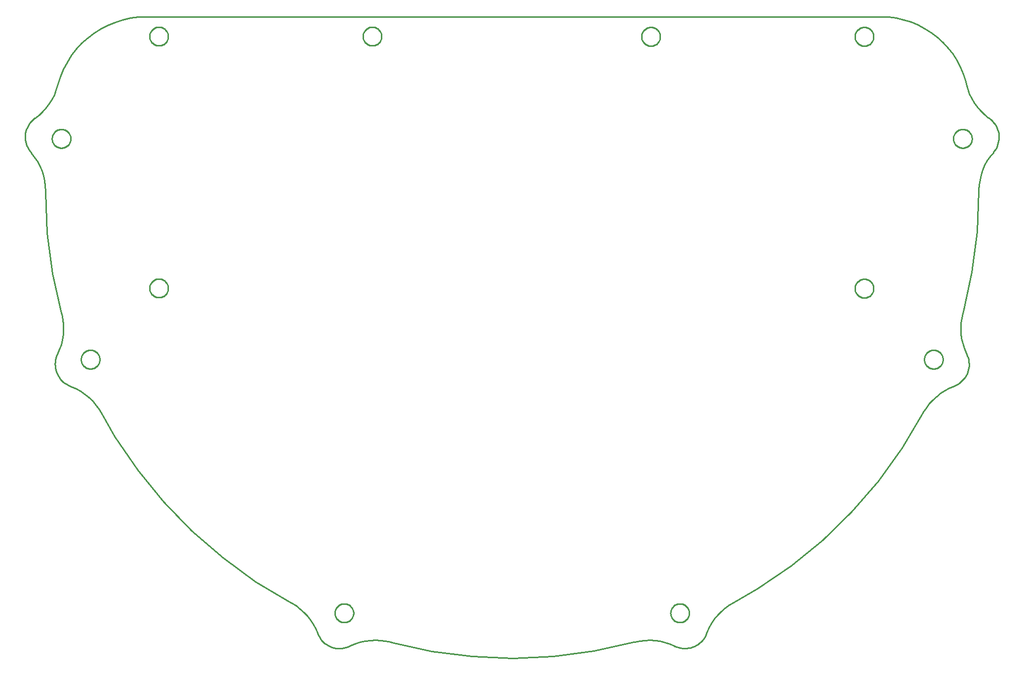
<source format=gbr>
G04 EAGLE Gerber RS-274X export*
G75*
%MOMM*%
%FSLAX34Y34*%
%LPD*%
%IN*%
%IPPOS*%
%AMOC8*
5,1,8,0,0,1.08239X$1,22.5*%
G01*
%ADD10C,0.254000*%


D10*
X76451Y915800D02*
X77818Y914199D01*
X83118Y907270D01*
X87794Y899905D01*
X91810Y892160D01*
X95135Y884095D01*
X97745Y875771D01*
X99620Y867251D01*
X100745Y858599D01*
X101112Y849883D01*
X101112Y847349D01*
X104266Y777629D01*
X113485Y708450D01*
X128698Y640338D01*
X129225Y638301D01*
X130947Y629749D01*
X131917Y621079D01*
X132128Y612358D01*
X131578Y603651D01*
X130271Y595026D01*
X128217Y586547D01*
X125433Y578280D01*
X121938Y570286D01*
X121741Y569878D01*
X120379Y566665D01*
X119303Y563346D01*
X118520Y559945D01*
X118037Y556489D01*
X117856Y553004D01*
X117980Y549517D01*
X118407Y546054D01*
X119135Y542641D01*
X120157Y539304D01*
X121466Y536070D01*
X123052Y532961D01*
X124903Y530003D01*
X127005Y527218D01*
X129342Y524626D01*
X131895Y522248D01*
X134646Y520101D01*
X137574Y518202D01*
X140656Y516566D01*
X143869Y515204D01*
X145830Y514449D01*
X153789Y510877D01*
X161407Y506625D01*
X168625Y501725D01*
X175388Y496215D01*
X181646Y490136D01*
X187350Y483535D01*
X192457Y476463D01*
X196928Y468971D01*
X220237Y428599D01*
X259435Y370855D01*
X303516Y316748D01*
X352146Y266688D01*
X404953Y221057D01*
X461537Y180203D01*
X521465Y144435D01*
X523301Y143421D01*
X530696Y138794D01*
X537661Y133540D01*
X544141Y127699D01*
X550087Y121315D01*
X555454Y114437D01*
X560201Y107118D01*
X564292Y99413D01*
X567697Y91381D01*
X567856Y90962D01*
X569253Y87764D01*
X570924Y84701D01*
X572856Y81795D01*
X575034Y79068D01*
X577441Y76541D01*
X580059Y74234D01*
X582868Y72164D01*
X585846Y70346D01*
X588972Y68795D01*
X592222Y67523D01*
X595569Y66538D01*
X598990Y65849D01*
X602458Y65461D01*
X605947Y65376D01*
X609429Y65596D01*
X612879Y66118D01*
X616271Y66939D01*
X619578Y68053D01*
X622776Y69451D01*
X624668Y70354D01*
X632734Y73680D01*
X641058Y76290D01*
X649578Y78164D01*
X658229Y79289D01*
X666945Y79656D01*
X675660Y79261D01*
X684307Y78109D01*
X692822Y76207D01*
X695285Y75547D01*
X763445Y60550D01*
X832653Y51551D01*
X902382Y48618D01*
X972102Y51773D01*
X1041281Y60993D01*
X1109393Y76207D01*
X1111423Y76732D01*
X1119975Y78454D01*
X1128645Y79425D01*
X1137366Y79637D01*
X1146073Y79088D01*
X1154698Y77782D01*
X1163177Y75729D01*
X1171445Y72945D01*
X1179439Y69451D01*
X1179842Y69256D01*
X1183055Y67894D01*
X1186375Y66817D01*
X1189775Y66034D01*
X1193231Y65551D01*
X1196716Y65370D01*
X1200203Y65494D01*
X1203667Y65921D01*
X1207079Y66648D01*
X1210416Y67670D01*
X1213651Y68979D01*
X1216759Y70565D01*
X1219717Y72416D01*
X1222503Y74518D01*
X1225095Y76854D01*
X1227473Y79408D01*
X1229620Y82159D01*
X1231519Y85086D01*
X1233156Y88168D01*
X1234517Y91381D01*
X1235271Y93338D01*
X1238843Y101297D01*
X1243095Y108915D01*
X1247995Y116133D01*
X1253505Y122896D01*
X1259584Y129153D01*
X1266185Y134857D01*
X1273258Y139964D01*
X1280749Y144435D01*
X1321122Y167744D01*
X1378865Y206942D01*
X1432972Y251023D01*
X1483032Y299652D01*
X1528663Y352459D01*
X1569517Y409042D01*
X1605285Y468971D01*
X1606302Y470811D01*
X1610930Y478207D01*
X1616184Y485171D01*
X1622026Y491650D01*
X1628410Y497596D01*
X1635287Y502962D01*
X1642607Y507709D01*
X1650312Y511800D01*
X1658345Y515204D01*
X1658769Y515365D01*
X1661966Y516763D01*
X1665029Y518434D01*
X1667935Y520366D01*
X1670662Y522543D01*
X1673188Y524951D01*
X1675495Y527569D01*
X1677565Y530378D01*
X1679383Y533357D01*
X1680934Y536483D01*
X1682206Y539732D01*
X1683190Y543080D01*
X1683879Y546501D01*
X1684267Y549969D01*
X1684352Y553457D01*
X1684132Y556940D01*
X1683609Y560390D01*
X1682788Y563782D01*
X1681674Y567089D01*
X1680276Y570286D01*
X1679370Y572184D01*
X1676045Y580249D01*
X1673435Y588573D01*
X1671560Y597093D01*
X1670435Y605744D01*
X1670068Y614461D01*
X1670462Y623176D01*
X1671615Y631823D01*
X1673516Y640337D01*
X1674173Y642787D01*
X1689170Y710947D01*
X1698170Y780155D01*
X1701103Y849884D01*
X1701122Y851989D01*
X1701672Y860695D01*
X1702979Y869321D01*
X1705032Y877799D01*
X1707817Y886067D01*
X1711312Y894060D01*
X1715490Y901718D01*
X1720319Y908983D01*
X1725764Y915800D01*
X1726061Y916144D01*
X1728208Y918896D01*
X1730106Y921823D01*
X1731743Y924906D01*
X1733104Y928119D01*
X1734180Y931438D01*
X1734963Y934839D01*
X1735446Y938295D01*
X1735627Y941779D01*
X1735503Y945267D01*
X1735075Y948730D01*
X1734347Y952143D01*
X1733325Y955479D01*
X1732016Y958714D01*
X1730430Y961822D01*
X1728578Y964780D01*
X1726477Y967566D01*
X1724140Y970158D01*
X1721586Y972536D01*
X1718835Y974682D01*
X1717134Y975921D01*
X1710370Y981431D01*
X1704113Y987510D01*
X1698409Y994111D01*
X1693302Y1001184D01*
X1688831Y1008675D01*
X1685030Y1016527D01*
X1681927Y1024681D01*
X1679548Y1033074D01*
X1678487Y1037284D01*
X1674556Y1049775D01*
X1669551Y1061876D01*
X1663511Y1073494D01*
X1656481Y1084541D01*
X1648515Y1094934D01*
X1639674Y1104593D01*
X1630024Y1113445D01*
X1619639Y1121422D01*
X1608599Y1128464D01*
X1596987Y1134516D01*
X1584892Y1139534D01*
X1572406Y1143478D01*
X1559623Y1146319D01*
X1546641Y1148035D01*
X1533560Y1148613D01*
X278655Y1148614D01*
X274128Y1148690D01*
X260487Y1148129D01*
X246946Y1146381D01*
X233609Y1143460D01*
X220578Y1139387D01*
X207951Y1134194D01*
X195825Y1127920D01*
X184291Y1120613D01*
X173439Y1112329D01*
X163349Y1103130D01*
X154100Y1093087D01*
X145762Y1082277D01*
X138397Y1070780D01*
X132062Y1058686D01*
X126806Y1046085D01*
X122667Y1033074D01*
X122160Y1031031D01*
X119604Y1022690D01*
X116331Y1014603D01*
X112365Y1006833D01*
X107738Y999438D01*
X102483Y992474D01*
X96641Y985995D01*
X90257Y980049D01*
X83379Y974683D01*
X83010Y974416D01*
X80283Y972238D01*
X77757Y969831D01*
X75450Y967213D01*
X73380Y964404D01*
X71562Y961425D01*
X70012Y958299D01*
X68739Y955049D01*
X67755Y951702D01*
X67066Y948281D01*
X66678Y944813D01*
X66594Y941324D01*
X66814Y937842D01*
X67337Y934391D01*
X68158Y931000D01*
X69272Y927693D01*
X70670Y924496D01*
X72341Y921432D01*
X74273Y918526D01*
X76451Y915800D01*
X1520840Y1113879D02*
X1520772Y1112833D01*
X1520635Y1111795D01*
X1520430Y1110767D01*
X1520159Y1109755D01*
X1519823Y1108763D01*
X1519422Y1107795D01*
X1518958Y1106856D01*
X1518435Y1105949D01*
X1517853Y1105078D01*
X1517215Y1104247D01*
X1516524Y1103459D01*
X1515783Y1102718D01*
X1514996Y1102028D01*
X1514165Y1101390D01*
X1513294Y1100808D01*
X1512386Y1100284D01*
X1511447Y1099821D01*
X1510479Y1099420D01*
X1509487Y1099083D01*
X1508475Y1098812D01*
X1507448Y1098608D01*
X1506409Y1098471D01*
X1505364Y1098402D01*
X1504316Y1098402D01*
X1503271Y1098471D01*
X1502232Y1098608D01*
X1501205Y1098812D01*
X1500193Y1099083D01*
X1499201Y1099420D01*
X1498233Y1099821D01*
X1497294Y1100284D01*
X1496386Y1100808D01*
X1495515Y1101390D01*
X1494684Y1102028D01*
X1493897Y1102718D01*
X1493156Y1103459D01*
X1492465Y1104247D01*
X1491828Y1105078D01*
X1491246Y1105949D01*
X1490722Y1106856D01*
X1490258Y1107795D01*
X1489857Y1108763D01*
X1489521Y1109755D01*
X1489250Y1110767D01*
X1489045Y1111795D01*
X1488909Y1112833D01*
X1488840Y1113879D01*
X1488840Y1114926D01*
X1488909Y1115971D01*
X1489045Y1117010D01*
X1489250Y1118037D01*
X1489521Y1119049D01*
X1489857Y1120041D01*
X1490258Y1121009D01*
X1490722Y1121949D01*
X1491246Y1122856D01*
X1491828Y1123727D01*
X1492465Y1124558D01*
X1493156Y1125346D01*
X1493897Y1126086D01*
X1494684Y1126777D01*
X1495515Y1127415D01*
X1496386Y1127997D01*
X1497294Y1128521D01*
X1498233Y1128984D01*
X1499201Y1129385D01*
X1500193Y1129722D01*
X1501205Y1129993D01*
X1502232Y1130197D01*
X1503271Y1130334D01*
X1504316Y1130402D01*
X1505364Y1130402D01*
X1506409Y1130334D01*
X1507448Y1130197D01*
X1508475Y1129993D01*
X1509487Y1129722D01*
X1510479Y1129385D01*
X1511447Y1128984D01*
X1512386Y1128521D01*
X1513294Y1127997D01*
X1514165Y1127415D01*
X1514996Y1126777D01*
X1515783Y1126086D01*
X1516524Y1125346D01*
X1517215Y1124558D01*
X1517853Y1123727D01*
X1518435Y1122856D01*
X1518958Y1121949D01*
X1519422Y1121009D01*
X1519823Y1120041D01*
X1520159Y1119049D01*
X1520430Y1118037D01*
X1520635Y1117010D01*
X1520772Y1115971D01*
X1520840Y1114926D01*
X1520840Y1113879D01*
X1155080Y1113879D02*
X1155012Y1112833D01*
X1154875Y1111795D01*
X1154670Y1110767D01*
X1154399Y1109755D01*
X1154063Y1108763D01*
X1153662Y1107795D01*
X1153198Y1106856D01*
X1152675Y1105949D01*
X1152093Y1105078D01*
X1151455Y1104247D01*
X1150764Y1103459D01*
X1150023Y1102718D01*
X1149236Y1102028D01*
X1148405Y1101390D01*
X1147534Y1100808D01*
X1146626Y1100284D01*
X1145687Y1099821D01*
X1144719Y1099420D01*
X1143727Y1099083D01*
X1142715Y1098812D01*
X1141688Y1098608D01*
X1140649Y1098471D01*
X1139604Y1098402D01*
X1138556Y1098402D01*
X1137511Y1098471D01*
X1136472Y1098608D01*
X1135445Y1098812D01*
X1134433Y1099083D01*
X1133441Y1099420D01*
X1132473Y1099821D01*
X1131534Y1100284D01*
X1130626Y1100808D01*
X1129755Y1101390D01*
X1128924Y1102028D01*
X1128137Y1102718D01*
X1127396Y1103459D01*
X1126705Y1104247D01*
X1126068Y1105078D01*
X1125486Y1105949D01*
X1124962Y1106856D01*
X1124498Y1107795D01*
X1124097Y1108763D01*
X1123761Y1109755D01*
X1123490Y1110767D01*
X1123285Y1111795D01*
X1123149Y1112833D01*
X1123080Y1113879D01*
X1123080Y1114926D01*
X1123149Y1115971D01*
X1123285Y1117010D01*
X1123490Y1118037D01*
X1123761Y1119049D01*
X1124097Y1120041D01*
X1124498Y1121009D01*
X1124962Y1121949D01*
X1125486Y1122856D01*
X1126068Y1123727D01*
X1126705Y1124558D01*
X1127396Y1125346D01*
X1128137Y1126086D01*
X1128924Y1126777D01*
X1129755Y1127415D01*
X1130626Y1127997D01*
X1131534Y1128521D01*
X1132473Y1128984D01*
X1133441Y1129385D01*
X1134433Y1129722D01*
X1135445Y1129993D01*
X1136472Y1130197D01*
X1137511Y1130334D01*
X1138556Y1130402D01*
X1139604Y1130402D01*
X1140649Y1130334D01*
X1141688Y1130197D01*
X1142715Y1129993D01*
X1143727Y1129722D01*
X1144719Y1129385D01*
X1145687Y1128984D01*
X1146626Y1128521D01*
X1147534Y1127997D01*
X1148405Y1127415D01*
X1149236Y1126777D01*
X1150023Y1126086D01*
X1150764Y1125346D01*
X1151455Y1124558D01*
X1152093Y1123727D01*
X1152675Y1122856D01*
X1153198Y1121949D01*
X1153662Y1121009D01*
X1154063Y1120041D01*
X1154399Y1119049D01*
X1154670Y1118037D01*
X1154875Y1117010D01*
X1155012Y1115971D01*
X1155080Y1114926D01*
X1155080Y1113879D01*
X311783Y1114349D02*
X311715Y1113303D01*
X311578Y1112265D01*
X311373Y1111237D01*
X311102Y1110225D01*
X310766Y1109233D01*
X310365Y1108266D01*
X309901Y1107326D01*
X309378Y1106419D01*
X308796Y1105548D01*
X308158Y1104717D01*
X307467Y1103929D01*
X306726Y1103188D01*
X305939Y1102498D01*
X305108Y1101860D01*
X304237Y1101278D01*
X303329Y1100754D01*
X302390Y1100291D01*
X301422Y1099890D01*
X300430Y1099553D01*
X299418Y1099282D01*
X298391Y1099078D01*
X297352Y1098941D01*
X296307Y1098873D01*
X295259Y1098873D01*
X294214Y1098941D01*
X293175Y1099078D01*
X292148Y1099282D01*
X291136Y1099553D01*
X290144Y1099890D01*
X289176Y1100291D01*
X288237Y1100754D01*
X287329Y1101278D01*
X286458Y1101860D01*
X285627Y1102498D01*
X284840Y1103188D01*
X284099Y1103929D01*
X283408Y1104717D01*
X282771Y1105548D01*
X282189Y1106419D01*
X281665Y1107326D01*
X281201Y1108266D01*
X280800Y1109233D01*
X280464Y1110225D01*
X280193Y1111237D01*
X279988Y1112265D01*
X279852Y1113303D01*
X279783Y1114349D01*
X279783Y1115396D01*
X279852Y1116442D01*
X279988Y1117480D01*
X280193Y1118508D01*
X280464Y1119520D01*
X280800Y1120512D01*
X281201Y1121479D01*
X281665Y1122419D01*
X282189Y1123326D01*
X282771Y1124197D01*
X283408Y1125028D01*
X284099Y1125816D01*
X284840Y1126557D01*
X285627Y1127247D01*
X286458Y1127885D01*
X287329Y1128467D01*
X288237Y1128991D01*
X289176Y1129454D01*
X290144Y1129855D01*
X291136Y1130192D01*
X292148Y1130463D01*
X293175Y1130667D01*
X294214Y1130804D01*
X295259Y1130873D01*
X296307Y1130873D01*
X297352Y1130804D01*
X298391Y1130667D01*
X299418Y1130463D01*
X300430Y1130192D01*
X301422Y1129855D01*
X302390Y1129454D01*
X303329Y1128991D01*
X304237Y1128467D01*
X305108Y1127885D01*
X305939Y1127247D01*
X306726Y1126557D01*
X307467Y1125816D01*
X308158Y1125028D01*
X308796Y1124197D01*
X309378Y1123326D01*
X309901Y1122419D01*
X310365Y1121479D01*
X310766Y1120512D01*
X311102Y1119520D01*
X311373Y1118508D01*
X311578Y1117480D01*
X311715Y1116442D01*
X311783Y1115396D01*
X311783Y1114349D01*
X629396Y125499D02*
X629327Y124454D01*
X629190Y123415D01*
X628986Y122388D01*
X628715Y121376D01*
X628378Y120384D01*
X627977Y119416D01*
X627514Y118477D01*
X626990Y117569D01*
X626408Y116698D01*
X625770Y115867D01*
X625080Y115080D01*
X624339Y114339D01*
X623551Y113648D01*
X622720Y113011D01*
X621849Y112429D01*
X620942Y111905D01*
X620002Y111441D01*
X619035Y111041D01*
X618043Y110704D01*
X617031Y110433D01*
X616003Y110228D01*
X614965Y110092D01*
X613919Y110023D01*
X612872Y110023D01*
X611826Y110092D01*
X610788Y110228D01*
X609760Y110433D01*
X608748Y110704D01*
X607756Y111041D01*
X606789Y111441D01*
X605849Y111905D01*
X604942Y112429D01*
X604071Y113011D01*
X603240Y113648D01*
X602452Y114339D01*
X601711Y115080D01*
X601021Y115867D01*
X600383Y116698D01*
X599801Y117569D01*
X599277Y118477D01*
X598814Y119416D01*
X598413Y120384D01*
X598076Y121376D01*
X597805Y122388D01*
X597601Y123415D01*
X597464Y124454D01*
X597396Y125499D01*
X597396Y126547D01*
X597464Y127592D01*
X597601Y128631D01*
X597805Y129658D01*
X598076Y130670D01*
X598413Y131662D01*
X598814Y132630D01*
X599277Y133569D01*
X599801Y134477D01*
X600383Y135348D01*
X601021Y136179D01*
X601711Y136966D01*
X602452Y137707D01*
X603240Y138398D01*
X604071Y139036D01*
X604942Y139618D01*
X605849Y140141D01*
X606789Y140605D01*
X607756Y141006D01*
X608748Y141342D01*
X609760Y141613D01*
X610788Y141818D01*
X611826Y141955D01*
X612872Y142023D01*
X613919Y142023D01*
X614965Y141955D01*
X616003Y141818D01*
X617031Y141613D01*
X618043Y141342D01*
X619035Y141006D01*
X620002Y140605D01*
X620942Y140141D01*
X621849Y139618D01*
X622720Y139036D01*
X623551Y138398D01*
X624339Y137707D01*
X625080Y136966D01*
X625770Y136179D01*
X626408Y135348D01*
X626990Y134477D01*
X627514Y133569D01*
X627977Y132630D01*
X628378Y131662D01*
X628715Y130670D01*
X628986Y129658D01*
X629190Y128631D01*
X629327Y127592D01*
X629396Y126547D01*
X629396Y125499D01*
X194510Y560381D02*
X194442Y559336D01*
X194305Y558297D01*
X194100Y557270D01*
X193829Y556258D01*
X193493Y555266D01*
X193092Y554298D01*
X192628Y553359D01*
X192105Y552451D01*
X191523Y551580D01*
X190885Y550749D01*
X190194Y549962D01*
X189453Y549221D01*
X188666Y548530D01*
X187835Y547892D01*
X186964Y547310D01*
X186056Y546787D01*
X185117Y546323D01*
X184149Y545922D01*
X183157Y545586D01*
X182145Y545315D01*
X181118Y545110D01*
X180079Y544973D01*
X179034Y544905D01*
X177986Y544905D01*
X176941Y544973D01*
X175902Y545110D01*
X174875Y545315D01*
X173863Y545586D01*
X172871Y545922D01*
X171903Y546323D01*
X170964Y546787D01*
X170056Y547310D01*
X169185Y547892D01*
X168354Y548530D01*
X167567Y549221D01*
X166826Y549962D01*
X166135Y550749D01*
X165498Y551580D01*
X164916Y552451D01*
X164392Y553359D01*
X163928Y554298D01*
X163527Y555266D01*
X163191Y556258D01*
X162920Y557270D01*
X162715Y558297D01*
X162579Y559336D01*
X162510Y560381D01*
X162510Y561429D01*
X162579Y562474D01*
X162715Y563513D01*
X162920Y564540D01*
X163191Y565552D01*
X163527Y566544D01*
X163928Y567512D01*
X164392Y568451D01*
X164916Y569359D01*
X165498Y570230D01*
X166135Y571061D01*
X166826Y571848D01*
X167567Y572589D01*
X168354Y573280D01*
X169185Y573917D01*
X170056Y574499D01*
X170964Y575023D01*
X171903Y575487D01*
X172871Y575887D01*
X173863Y576224D01*
X174875Y576495D01*
X175902Y576700D01*
X176941Y576836D01*
X177986Y576905D01*
X179034Y576905D01*
X180079Y576836D01*
X181118Y576700D01*
X182145Y576495D01*
X183157Y576224D01*
X184149Y575887D01*
X185117Y575487D01*
X186056Y575023D01*
X186964Y574499D01*
X187835Y573917D01*
X188666Y573280D01*
X189453Y572589D01*
X190194Y571848D01*
X190885Y571061D01*
X191523Y570230D01*
X192105Y569359D01*
X192628Y568451D01*
X193092Y567512D01*
X193493Y566544D01*
X193829Y565552D01*
X194100Y564540D01*
X194305Y563513D01*
X194442Y562474D01*
X194510Y561429D01*
X194510Y560381D01*
X311784Y682549D02*
X311715Y681503D01*
X311578Y680465D01*
X311374Y679437D01*
X311103Y678425D01*
X310766Y677433D01*
X310365Y676466D01*
X309902Y675526D01*
X309378Y674619D01*
X308796Y673748D01*
X308158Y672917D01*
X307468Y672129D01*
X306727Y671388D01*
X305939Y670698D01*
X305108Y670060D01*
X304237Y669478D01*
X303330Y668954D01*
X302390Y668491D01*
X301423Y668090D01*
X300431Y667753D01*
X299419Y667482D01*
X298391Y667278D01*
X297353Y667141D01*
X296307Y667073D01*
X295260Y667073D01*
X294214Y667141D01*
X293176Y667278D01*
X292148Y667482D01*
X291136Y667753D01*
X290144Y668090D01*
X289177Y668491D01*
X288237Y668954D01*
X287330Y669478D01*
X286459Y670060D01*
X285628Y670698D01*
X284840Y671388D01*
X284099Y672129D01*
X283409Y672917D01*
X282771Y673748D01*
X282189Y674619D01*
X281665Y675526D01*
X281202Y676466D01*
X280801Y677433D01*
X280464Y678425D01*
X280193Y679437D01*
X279989Y680465D01*
X279852Y681503D01*
X279784Y682549D01*
X279784Y683596D01*
X279852Y684642D01*
X279989Y685680D01*
X280193Y686708D01*
X280464Y687720D01*
X280801Y688712D01*
X281202Y689679D01*
X281665Y690619D01*
X282189Y691526D01*
X282771Y692397D01*
X283409Y693228D01*
X284099Y694016D01*
X284840Y694757D01*
X285628Y695447D01*
X286459Y696085D01*
X287330Y696667D01*
X288237Y697191D01*
X289177Y697654D01*
X290144Y698055D01*
X291136Y698392D01*
X292148Y698663D01*
X293176Y698867D01*
X294214Y699004D01*
X295260Y699073D01*
X296307Y699073D01*
X297353Y699004D01*
X298391Y698867D01*
X299419Y698663D01*
X300431Y698392D01*
X301423Y698055D01*
X302390Y697654D01*
X303330Y697191D01*
X304237Y696667D01*
X305108Y696085D01*
X305939Y695447D01*
X306727Y694757D01*
X307468Y694016D01*
X308158Y693228D01*
X308796Y692397D01*
X309378Y691526D01*
X309902Y690619D01*
X310365Y689679D01*
X310766Y688712D01*
X311103Y687720D01*
X311374Y686708D01*
X311578Y685680D01*
X311715Y684642D01*
X311784Y683596D01*
X311784Y682549D01*
X144669Y938981D02*
X144601Y937935D01*
X144464Y936897D01*
X144259Y935869D01*
X143988Y934857D01*
X143652Y933865D01*
X143251Y932898D01*
X142787Y931958D01*
X142264Y931051D01*
X141682Y930180D01*
X141044Y929349D01*
X140353Y928561D01*
X139612Y927820D01*
X138825Y927130D01*
X137994Y926492D01*
X137123Y925910D01*
X136215Y925386D01*
X135276Y924923D01*
X134308Y924522D01*
X133316Y924185D01*
X132304Y923914D01*
X131277Y923710D01*
X130238Y923573D01*
X129193Y923505D01*
X128145Y923505D01*
X127100Y923573D01*
X126061Y923710D01*
X125034Y923914D01*
X124022Y924185D01*
X123030Y924522D01*
X122062Y924923D01*
X121123Y925386D01*
X120215Y925910D01*
X119344Y926492D01*
X118513Y927130D01*
X117726Y927820D01*
X116985Y928561D01*
X116294Y929349D01*
X115657Y930180D01*
X115075Y931051D01*
X114551Y931958D01*
X114087Y932898D01*
X113686Y933865D01*
X113350Y934857D01*
X113079Y935869D01*
X112874Y936897D01*
X112738Y937935D01*
X112669Y938981D01*
X112669Y940028D01*
X112738Y941074D01*
X112874Y942112D01*
X113079Y943140D01*
X113350Y944152D01*
X113686Y945144D01*
X114087Y946111D01*
X114551Y947051D01*
X115075Y947958D01*
X115657Y948829D01*
X116294Y949660D01*
X116985Y950448D01*
X117726Y951189D01*
X118513Y951879D01*
X119344Y952517D01*
X120215Y953099D01*
X121123Y953623D01*
X122062Y954086D01*
X123030Y954487D01*
X124022Y954824D01*
X125034Y955095D01*
X126061Y955299D01*
X127100Y955436D01*
X128145Y955505D01*
X129193Y955505D01*
X130238Y955436D01*
X131277Y955299D01*
X132304Y955095D01*
X133316Y954824D01*
X134308Y954487D01*
X135276Y954086D01*
X136215Y953623D01*
X137123Y953099D01*
X137994Y952517D01*
X138825Y951879D01*
X139612Y951189D01*
X140353Y950448D01*
X141044Y949660D01*
X141682Y948829D01*
X142264Y947958D01*
X142787Y947051D01*
X143251Y946111D01*
X143652Y945144D01*
X143988Y944152D01*
X144259Y943140D01*
X144464Y942112D01*
X144601Y941074D01*
X144669Y940028D01*
X144669Y938981D01*
X1204818Y125499D02*
X1204750Y124454D01*
X1204613Y123415D01*
X1204408Y122388D01*
X1204137Y121376D01*
X1203801Y120384D01*
X1203400Y119416D01*
X1202936Y118477D01*
X1202413Y117569D01*
X1201831Y116698D01*
X1201193Y115867D01*
X1200502Y115080D01*
X1199761Y114339D01*
X1198974Y113648D01*
X1198143Y113011D01*
X1197272Y112429D01*
X1196364Y111905D01*
X1195425Y111441D01*
X1194457Y111041D01*
X1193465Y110704D01*
X1192453Y110433D01*
X1191426Y110228D01*
X1190387Y110092D01*
X1189342Y110023D01*
X1188294Y110023D01*
X1187249Y110092D01*
X1186210Y110228D01*
X1185183Y110433D01*
X1184171Y110704D01*
X1183179Y111041D01*
X1182211Y111441D01*
X1181272Y111905D01*
X1180364Y112429D01*
X1179493Y113011D01*
X1178662Y113648D01*
X1177875Y114339D01*
X1177134Y115080D01*
X1176443Y115867D01*
X1175806Y116698D01*
X1175224Y117569D01*
X1174700Y118477D01*
X1174236Y119416D01*
X1173835Y120384D01*
X1173499Y121376D01*
X1173228Y122388D01*
X1173023Y123415D01*
X1172887Y124454D01*
X1172818Y125499D01*
X1172818Y126547D01*
X1172887Y127592D01*
X1173023Y128631D01*
X1173228Y129658D01*
X1173499Y130670D01*
X1173835Y131662D01*
X1174236Y132630D01*
X1174700Y133569D01*
X1175224Y134477D01*
X1175806Y135348D01*
X1176443Y136179D01*
X1177134Y136966D01*
X1177875Y137707D01*
X1178662Y138398D01*
X1179493Y139036D01*
X1180364Y139618D01*
X1181272Y140141D01*
X1182211Y140605D01*
X1183179Y141006D01*
X1184171Y141342D01*
X1185183Y141613D01*
X1186210Y141818D01*
X1187249Y141955D01*
X1188294Y142023D01*
X1189342Y142023D01*
X1190387Y141955D01*
X1191426Y141818D01*
X1192453Y141613D01*
X1193465Y141342D01*
X1194457Y141006D01*
X1195425Y140605D01*
X1196364Y140141D01*
X1197272Y139618D01*
X1198143Y139036D01*
X1198974Y138398D01*
X1199761Y137707D01*
X1200502Y136966D01*
X1201193Y136179D01*
X1201831Y135348D01*
X1202413Y134477D01*
X1202936Y133569D01*
X1203400Y132630D01*
X1203801Y131662D01*
X1204137Y130670D01*
X1204408Y129658D01*
X1204613Y128631D01*
X1204750Y127592D01*
X1204818Y126547D01*
X1204818Y125499D01*
X1520840Y682079D02*
X1520772Y681033D01*
X1520635Y679995D01*
X1520430Y678967D01*
X1520159Y677955D01*
X1519823Y676963D01*
X1519422Y675995D01*
X1518958Y675056D01*
X1518435Y674149D01*
X1517853Y673278D01*
X1517215Y672447D01*
X1516524Y671659D01*
X1515783Y670918D01*
X1514996Y670228D01*
X1514165Y669590D01*
X1513294Y669008D01*
X1512386Y668484D01*
X1511447Y668021D01*
X1510479Y667620D01*
X1509487Y667283D01*
X1508475Y667012D01*
X1507448Y666808D01*
X1506409Y666671D01*
X1505364Y666602D01*
X1504316Y666602D01*
X1503271Y666671D01*
X1502232Y666808D01*
X1501205Y667012D01*
X1500193Y667283D01*
X1499201Y667620D01*
X1498233Y668021D01*
X1497294Y668484D01*
X1496386Y669008D01*
X1495515Y669590D01*
X1494684Y670228D01*
X1493897Y670918D01*
X1493156Y671659D01*
X1492465Y672447D01*
X1491828Y673278D01*
X1491246Y674149D01*
X1490722Y675056D01*
X1490258Y675995D01*
X1489857Y676963D01*
X1489521Y677955D01*
X1489250Y678967D01*
X1489045Y679995D01*
X1488909Y681033D01*
X1488840Y682079D01*
X1488840Y683126D01*
X1488909Y684171D01*
X1489045Y685210D01*
X1489250Y686237D01*
X1489521Y687249D01*
X1489857Y688241D01*
X1490258Y689209D01*
X1490722Y690149D01*
X1491246Y691056D01*
X1491828Y691927D01*
X1492465Y692758D01*
X1493156Y693546D01*
X1493897Y694286D01*
X1494684Y694977D01*
X1495515Y695615D01*
X1496386Y696197D01*
X1497294Y696721D01*
X1498233Y697184D01*
X1499201Y697585D01*
X1500193Y697922D01*
X1501205Y698193D01*
X1502232Y698397D01*
X1503271Y698534D01*
X1504316Y698602D01*
X1505364Y698602D01*
X1506409Y698534D01*
X1507448Y698397D01*
X1508475Y698193D01*
X1509487Y697922D01*
X1510479Y697585D01*
X1511447Y697184D01*
X1512386Y696721D01*
X1513294Y696197D01*
X1514165Y695615D01*
X1514996Y694977D01*
X1515783Y694286D01*
X1516524Y693546D01*
X1517215Y692758D01*
X1517853Y691927D01*
X1518435Y691056D01*
X1518958Y690149D01*
X1519422Y689209D01*
X1519823Y688241D01*
X1520159Y687249D01*
X1520430Y686237D01*
X1520635Y685210D01*
X1520772Y684171D01*
X1520840Y683126D01*
X1520840Y682079D01*
X1639700Y560381D02*
X1639632Y559336D01*
X1639495Y558297D01*
X1639290Y557270D01*
X1639019Y556258D01*
X1638683Y555266D01*
X1638282Y554298D01*
X1637818Y553359D01*
X1637295Y552451D01*
X1636713Y551580D01*
X1636075Y550749D01*
X1635384Y549962D01*
X1634643Y549221D01*
X1633856Y548530D01*
X1633025Y547892D01*
X1632154Y547310D01*
X1631246Y546787D01*
X1630307Y546323D01*
X1629339Y545922D01*
X1628347Y545586D01*
X1627335Y545315D01*
X1626308Y545110D01*
X1625269Y544973D01*
X1624224Y544905D01*
X1623176Y544905D01*
X1622131Y544973D01*
X1621092Y545110D01*
X1620065Y545315D01*
X1619053Y545586D01*
X1618061Y545922D01*
X1617093Y546323D01*
X1616154Y546787D01*
X1615246Y547310D01*
X1614375Y547892D01*
X1613544Y548530D01*
X1612757Y549221D01*
X1612016Y549962D01*
X1611325Y550749D01*
X1610688Y551580D01*
X1610106Y552451D01*
X1609582Y553359D01*
X1609118Y554298D01*
X1608717Y555266D01*
X1608381Y556258D01*
X1608110Y557270D01*
X1607905Y558297D01*
X1607769Y559336D01*
X1607700Y560381D01*
X1607700Y561429D01*
X1607769Y562474D01*
X1607905Y563513D01*
X1608110Y564540D01*
X1608381Y565552D01*
X1608717Y566544D01*
X1609118Y567512D01*
X1609582Y568451D01*
X1610106Y569359D01*
X1610688Y570230D01*
X1611325Y571061D01*
X1612016Y571848D01*
X1612757Y572589D01*
X1613544Y573280D01*
X1614375Y573917D01*
X1615246Y574499D01*
X1616154Y575023D01*
X1617093Y575487D01*
X1618061Y575887D01*
X1619053Y576224D01*
X1620065Y576495D01*
X1621092Y576700D01*
X1622131Y576836D01*
X1623176Y576905D01*
X1624224Y576905D01*
X1625269Y576836D01*
X1626308Y576700D01*
X1627335Y576495D01*
X1628347Y576224D01*
X1629339Y575887D01*
X1630307Y575487D01*
X1631246Y575023D01*
X1632154Y574499D01*
X1633025Y573917D01*
X1633856Y573280D01*
X1634643Y572589D01*
X1635384Y571848D01*
X1636075Y571061D01*
X1636713Y570230D01*
X1637295Y569359D01*
X1637818Y568451D01*
X1638282Y567512D01*
X1638683Y566544D01*
X1639019Y565552D01*
X1639290Y564540D01*
X1639495Y563513D01*
X1639632Y562474D01*
X1639700Y561429D01*
X1639700Y560381D01*
X1689545Y938976D02*
X1689476Y937931D01*
X1689339Y936892D01*
X1689135Y935865D01*
X1688864Y934853D01*
X1688527Y933861D01*
X1688126Y932893D01*
X1687663Y931954D01*
X1687139Y931046D01*
X1686557Y930175D01*
X1685919Y929344D01*
X1685229Y928557D01*
X1684488Y927816D01*
X1683700Y927125D01*
X1682869Y926488D01*
X1681998Y925906D01*
X1681091Y925382D01*
X1680151Y924918D01*
X1679184Y924517D01*
X1678192Y924181D01*
X1677180Y923910D01*
X1676152Y923705D01*
X1675114Y923569D01*
X1674068Y923500D01*
X1673021Y923500D01*
X1671975Y923569D01*
X1670937Y923705D01*
X1669909Y923910D01*
X1668897Y924181D01*
X1667905Y924517D01*
X1666938Y924918D01*
X1665998Y925382D01*
X1665091Y925906D01*
X1664220Y926488D01*
X1663389Y927125D01*
X1662601Y927816D01*
X1661860Y928557D01*
X1661170Y929344D01*
X1660532Y930175D01*
X1659950Y931046D01*
X1659426Y931954D01*
X1658963Y932893D01*
X1658562Y933861D01*
X1658225Y934853D01*
X1657954Y935865D01*
X1657750Y936892D01*
X1657613Y937931D01*
X1657545Y938976D01*
X1657545Y940024D01*
X1657613Y941069D01*
X1657750Y942108D01*
X1657954Y943135D01*
X1658225Y944147D01*
X1658562Y945139D01*
X1658963Y946107D01*
X1659426Y947046D01*
X1659950Y947954D01*
X1660532Y948825D01*
X1661170Y949656D01*
X1661860Y950443D01*
X1662601Y951184D01*
X1663389Y951875D01*
X1664220Y952513D01*
X1665091Y953095D01*
X1665998Y953618D01*
X1666938Y954082D01*
X1667905Y954483D01*
X1668897Y954819D01*
X1669909Y955090D01*
X1670937Y955295D01*
X1671975Y955432D01*
X1673021Y955500D01*
X1674068Y955500D01*
X1675114Y955432D01*
X1676152Y955295D01*
X1677180Y955090D01*
X1678192Y954819D01*
X1679184Y954483D01*
X1680151Y954082D01*
X1681091Y953618D01*
X1681998Y953095D01*
X1682869Y952513D01*
X1683700Y951875D01*
X1684488Y951184D01*
X1685229Y950443D01*
X1685919Y949656D01*
X1686557Y948825D01*
X1687139Y947954D01*
X1687663Y947046D01*
X1688126Y946107D01*
X1688527Y945139D01*
X1688864Y944147D01*
X1689135Y943135D01*
X1689339Y942108D01*
X1689476Y941069D01*
X1689545Y940024D01*
X1689545Y938976D01*
X677540Y1114349D02*
X677472Y1113303D01*
X677335Y1112265D01*
X677130Y1111237D01*
X676859Y1110225D01*
X676523Y1109233D01*
X676122Y1108265D01*
X675658Y1107326D01*
X675135Y1106419D01*
X674553Y1105548D01*
X673915Y1104717D01*
X673224Y1103929D01*
X672483Y1103188D01*
X671696Y1102498D01*
X670865Y1101860D01*
X669994Y1101278D01*
X669086Y1100754D01*
X668147Y1100291D01*
X667179Y1099890D01*
X666187Y1099553D01*
X665175Y1099282D01*
X664148Y1099078D01*
X663109Y1098941D01*
X662064Y1098872D01*
X661016Y1098872D01*
X659971Y1098941D01*
X658932Y1099078D01*
X657905Y1099282D01*
X656893Y1099553D01*
X655901Y1099890D01*
X654933Y1100291D01*
X653994Y1100754D01*
X653086Y1101278D01*
X652215Y1101860D01*
X651384Y1102498D01*
X650597Y1103188D01*
X649856Y1103929D01*
X649165Y1104717D01*
X648528Y1105548D01*
X647946Y1106419D01*
X647422Y1107326D01*
X646958Y1108265D01*
X646557Y1109233D01*
X646221Y1110225D01*
X645950Y1111237D01*
X645745Y1112265D01*
X645609Y1113303D01*
X645540Y1114349D01*
X645540Y1115396D01*
X645609Y1116441D01*
X645745Y1117480D01*
X645950Y1118507D01*
X646221Y1119519D01*
X646557Y1120511D01*
X646958Y1121479D01*
X647422Y1122419D01*
X647946Y1123326D01*
X648528Y1124197D01*
X649165Y1125028D01*
X649856Y1125816D01*
X650597Y1126556D01*
X651384Y1127247D01*
X652215Y1127885D01*
X653086Y1128467D01*
X653994Y1128991D01*
X654933Y1129454D01*
X655901Y1129855D01*
X656893Y1130192D01*
X657905Y1130463D01*
X658932Y1130667D01*
X659971Y1130804D01*
X661016Y1130872D01*
X662064Y1130872D01*
X663109Y1130804D01*
X664148Y1130667D01*
X665175Y1130463D01*
X666187Y1130192D01*
X667179Y1129855D01*
X668147Y1129454D01*
X669086Y1128991D01*
X669994Y1128467D01*
X670865Y1127885D01*
X671696Y1127247D01*
X672483Y1126556D01*
X673224Y1125816D01*
X673915Y1125028D01*
X674553Y1124197D01*
X675135Y1123326D01*
X675658Y1122419D01*
X676122Y1121479D01*
X676523Y1120511D01*
X676859Y1119519D01*
X677130Y1118507D01*
X677335Y1117480D01*
X677472Y1116441D01*
X677540Y1115396D01*
X677540Y1114349D01*
M02*

</source>
